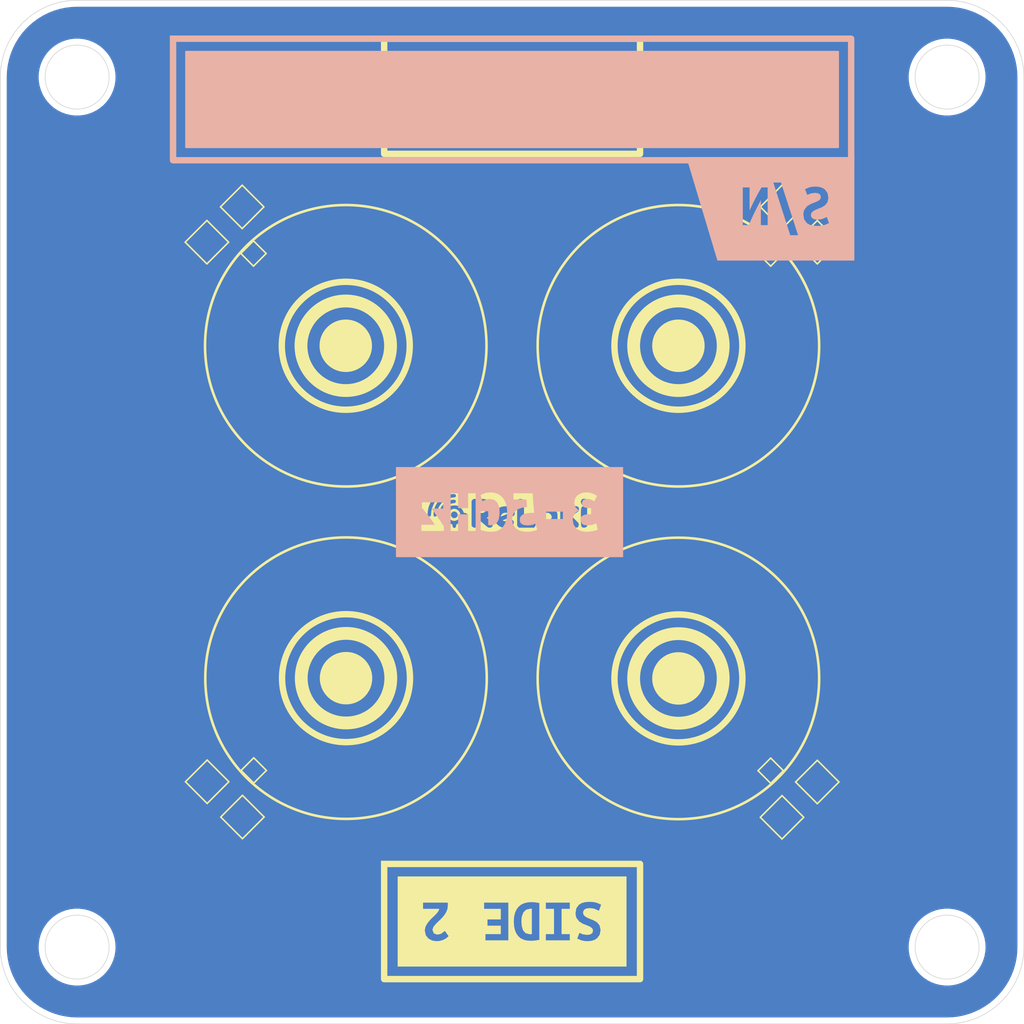
<source format=kicad_pcb>
(kicad_pcb (version 20240108) (generator "pcbnew") (generator_version "8.0")
  (layers (0 "F.Cu" signal) (31 "B.Cu" signal) (34 "B.Paste" user) (35 "F.Paste" user) (36 "B.SilkS" user "B.Silkscreen") (37 "F.SilkS" user "F.Silkscreen") (38 "B.Mask" user) (39 "F.Mask" user) (44 "Edge.Cuts" user))
  (net 0 "")
  (net 1 "/GND_1")
  (net 2 "/sig_1")
  (net 3 "/GND_2")
  (net 4 "/sig_2")
  (net 5 "/GND_3")
  (net 6 "/sig_3")
  (net 7 "/GND_4")
  (net 8 "/sig_4")
  (footprint "TestPoint:TestPoint_Pad_2.0x2.0mm" (layer "F.Cu") (at 93.85409 48.903627 135)
    (property "Reference" "TP10" (hide yes))
    (property "Value" "TestPoint" (hide yes))
    (fp_line (start 1.2 -1.2) (end 1.2 1.2) (stroke (width 0.12)) (layer "F.SilkS"))
    (fp_line (start 1.2 1.2) (end -1.2 1.2) (stroke (width 0.12)) (layer "F.SilkS"))
    (fp_line (start -1.2 -1.2) (end 1.2 -1.2) (stroke (width 0.12)) (layer "F.SilkS"))
    (fp_line (start -1.2 1.2) (end -1.2 -1.2) (stroke (width 0.12)) (layer "F.SilkS"))
    (pad "1" smd rect (at 0 0 135) (size 2 2) (layers "F.Cu" "F.Mask") (net 7 "/GND_4"))
  )
  (footprint "TestPoint:TestPoint_Pad_2.0x2.0mm" (layer "F.Cu") (at 48.903627 46.14591 -135)
    (property "Reference" "TP1" (hide yes))
    (property "Value" "TestPoint" (hide yes))
    (fp_line (start 1.2 1.2) (end -1.2 1.2) (stroke (width 0.12)) (layer "F.SilkS"))
    (fp_line (start -1.2 1.2) (end -1.2 -1.2) (stroke (width 0.12)) (layer "F.SilkS"))
    (fp_line (start 1.2 -1.2) (end 1.2 1.2) (stroke (width 0.12)) (layer "F.SilkS"))
    (fp_line (start -1.2 -1.2) (end 1.2 -1.2) (stroke (width 0.12)) (layer "F.SilkS"))
    (pad "1" smd rect (at 0 0 225) (size 2 2) (layers "F.Cu" "F.Mask") (net 1 "/GND_1"))
  )
  (footprint "TestPoint:TestPoint_Pad_2.0x2.0mm" (layer "F.Cu") (at 46.166408 91.075875 -45)
    (property "Reference" "TP4" (hide yes))
    (property "Value" "TestPoint" (hide yes))
    (fp_line (start -1.2 1.2) (end -1.2 -1.2) (stroke (width 0.12)) (layer "F.SilkS"))
    (fp_line (start -1.2 -1.2) (end 1.2 -1.2) (stroke (width 0.12)) (layer "F.SilkS"))
    (fp_line (start 1.2 1.2) (end -1.2 1.2) (stroke (width 0.12)) (layer "F.SilkS"))
    (fp_line (start 1.2 -1.2) (end 1.2 1.2) (stroke (width 0.12)) (layer "F.SilkS"))
    (pad "1" smd rect (at 0 0 315) (size 2 2) (layers "F.Cu" "F.Mask") (net 3 "/GND_2"))
  )
  (footprint "TestPoint:TestPoint_Pad_2.0x2.0mm" (layer "F.Cu") (at 91.096373 93.85409 45)
    (property "Reference" "TP7" (hide yes))
    (property "Value" "TestPoint" (hide yes))
    (fp_line (start -1.2 -1.2) (end 1.2 -1.2) (stroke (width 0.12)) (layer "F.SilkS"))
    (fp_line (start 1.2 -1.2) (end 1.2 1.2) (stroke (width 0.12)) (layer "F.SilkS"))
    (fp_line (start -1.2 1.2) (end -1.2 -1.2) (stroke (width 0.12)) (layer "F.SilkS"))
    (fp_line (start 1.2 1.2) (end -1.2 1.2) (stroke (width 0.12)) (layer "F.SilkS"))
    (pad "1" smd rect (at 0 0 45) (size 2 2) (layers "F.Cu" "F.Mask") (net 5 "/GND_3"))
  )
  (footprint "TestPoint:TestPoint_Pad_2.0x2.0mm" (layer "F.Cu") (at 93.85409 91.096373 45)
    (property "Reference" "TP8" (hide yes))
    (property "Value" "TestPoint" (hide yes))
    (fp_line (start -1.2 -1.2) (end 1.2 -1.2) (stroke (width 0.12)) (layer "F.SilkS"))
    (fp_line (start 1.2 -1.2) (end 1.2 1.2) (stroke (width 0.12)) (layer "F.SilkS"))
    (fp_line (start -1.2 1.2) (end -1.2 -1.2) (stroke (width 0.12)) (layer "F.SilkS"))
    (fp_line (start 1.2 1.2) (end -1.2 1.2) (stroke (width 0.12)) (layer "F.SilkS"))
    (pad "1" smd rect (at 0 0 45) (size 2 2) (layers "F.Cu" "F.Mask") (net 5 "/GND_3"))
  )
  (footprint "TestPoint:TestPoint_Pad_1.0x1.0mm" (layer "F.Cu") (at 90.21249 90.21249 45)
    (property "Reference" "TP9" (hide yes))
    (property "Value" "TestPoint" (hide yes))
    (fp_line (start -0.7 -0.7) (end 0.7 -0.7) (stroke (width 0.12)) (layer "F.SilkS"))
    (fp_line (start 0.7 -0.7) (end 0.7 0.7) (stroke (width 0.12)) (layer "F.SilkS"))
    (fp_line (start -0.7 0.7) (end -0.7 -0.7) (stroke (width 0.12)) (layer "F.SilkS"))
    (fp_line (start 0.7 0.7) (end -0.7 0.7) (stroke (width 0.12)) (layer "F.SilkS"))
    (pad "1" smd rect (at 0 0 45) (size 1 1) (layers "F.Cu" "F.Mask") (net 6 "/sig_3"))
  )
  (footprint "LOGO" (layer "F.Cu") (at 70 70)
    (property "Reference" "G***" (hide yes))
    (property "Value" "LOGO" (hide yes))
    (fp_poly (pts (xy -2.502964 -0.549007) (xy -2.354041 -0.539701) (xy -2.240249 -0.511161) (xy -2.151682 -0.460142) (xy -2.108702 -0.41977) (xy -2.046536 -0.321688) (xy -2.028756 -0.217464) (xy -2.054168 -0.11531) (xy -2.121575 -0.023439) (xy -2.17232 0.017204) (xy -2.22427 0.046367) (xy -2.282211 0.063077) (xy -2.361421 0.070436) (xy -2.440787 0.071684) (xy -2.62841 0.071684) (xy -2.62841 -0.238947) (xy -2.62841 -0.549577)) (fill solid) (layer "F.SilkS"))
    (fp_poly (pts (xy -0.43236 0.0501) (xy -0.372321 0.062293) (xy -0.340317 0.082719) (xy -0.343369 0.108164) (xy -0.384195 0.140859) (xy -0.465517 0.183034) (xy -0.580488 0.232973) (xy -0.702085 0.282405) (xy -0.786536 0.313925) (xy -0.840381 0.328989) (xy -0.870164 0.329052) (xy -0.882427 0.315569) (xy -0.884102 0.300516) (xy -0.866557 0.254071) (xy -0.822057 0.194005) (xy -0.762801 0.134095) (xy -0.700989 0.088119) (xy -0.691285 0.082773) (xy -0.619104 0.060249) (xy -0.524944 0.048854)) (fill solid) (layer "F.SilkS"))
    (fp_poly (pts (xy 2.800199 0.057579) (xy 2.90568 0.094336) (xy 2.995886 0.161041) (xy 3.058511 0.250889) (xy 3.087522 0.317577) (xy 3.104485 0.369643) (xy 3.106303 0.382314) (xy 3.096424 0.42257) (xy 3.071543 0.485576) (xy 3.058511 0.513739) (xy 2.987183 0.609786) (xy 2.886218 0.677477) (xy 2.766633 0.713577) (xy 2.639444 0.71485) (xy 2.51567 0.678061) (xy 2.509413 0.674986) (xy 2.417392 0.606259) (xy 2.350685 0.511938) (xy 2.319063 0.406947) (xy 2.31778 0.382314) (xy 2.338193 0.270743) (xy 2.393823 0.18016) (xy 2.476254 0.112059) (xy 2.57707 0.067933) (xy 2.687857 0.049275)) (fill solid) (layer "F.SilkS"))
    (fp_poly (pts (xy -4.43791 -0.250802) (xy -4.315283 -0.205876) (xy -4.206552 -0.128891) (xy -4.119496 -0.027576) (xy -4.061894 0.09034) (xy -4.041525 0.21713) (xy -4.044694 0.26264) (xy -4.086551 0.405508) (xy -4.167651 0.526936) (xy -4.281945 0.61838) (xy -4.30538 0.630898) (xy -4.447465 0.682072) (xy -4.580952 0.6878) (xy -4.711749 0.648172) (xy -4.733354 0.637347) (xy -4.814032 0.581276) (xy -4.888679 0.508143) (xy -4.907721 0.483712) (xy -4.969463 0.358659) (xy -4.989172 0.228202) (xy -4.778928 0.228202) (xy -4.769194 0.296116) (xy -4.733665 0.357061) (xy -4.694651 0.399686) (xy -4.639572 0.450228) (xy -4.594278 0.472727) (xy -4.537076 0.475098) (xy -4.498296 0.471329) (xy -4.41023 0.451936) (xy -4.345125 0.410299) (xy -4.319731 0.384286) (xy -4.262106 0.289699) (xy -4.251008 0.190972) (xy -4.286198 0.093797) (xy -4.334488 0.033452) (xy -4.425751 -0.030173) (xy -4.521907 -0.051924) (xy -4.614081 -0.035687) (xy -4.693401 0.014647) (xy -4.750991 0.095192) (xy -4.777978 0.202057) (xy -4.778928 0.228202) (xy -4.989172 0.228202) (xy -4.989355 0.226991) (xy -4.97106 0.096658) (xy -4.918245 -0.024393) (xy -4.834574 -0.128213) (xy -4.723713 -0.206854) (xy -4.589326 -0.252367) (xy -4.566655 -0.255941)) (fill solid) (layer "F.SilkS"))
    (fp_poly (pts (xy -1.115087 -2.998908) (xy -0.588099 -2.998821) (xy -0.015432 -2.998777) (xy 0 -2.998777) (xy 4.838664 -2.998777) (xy 5.087971 -2.943668) (xy 5.46108 -2.838836) (xy 5.807319 -2.694815) (xy 6.128615 -2.51056) (xy 6.426894 -2.285022) (xy 6.608662 -2.11647) (xy 6.861155 -1.831338) (xy 7.072596 -1.523519) (xy 7.242125 -1.196179) (xy 7.368882 -0.852485) (xy 7.452006 -0.495601) (xy 7.490639 -0.128696) (xy 7.483919 0.245065) (xy 7.430988 0.622516) (xy 7.395247 0.7795) (xy 7.282336 1.129725) (xy 7.127917 1.45931) (xy 6.934751 1.765617) (xy 6.705596 2.046011) (xy 6.443215 2.297854) (xy 6.150366 2.51851) (xy 5.829811 2.705341) (xy 5.484309 2.855712) (xy 5.116621 2.966986) (xy 5.101505 2.970583) (xy 4.886453 3.021232) (xy 0.095578 3.024927) (xy -0.380159 3.02525) (xy -0.843548 3.025476) (xy -1.292291 3.025609) (xy -1.724091 3.025651) (xy -2.136652 3.025604) (xy -2.527676 3.025472) (xy -2.894867 3.025256) (xy -3.235927 3.02496) (xy -3.54856 3.024585) (xy -3.830469 3.024135) (xy -4.079357 3.023611) (xy -4.292926 3.023016) (xy -4.46888 3.022354) (xy -4.604922 3.021625) (xy -4.698755 3.020834) (xy -4.748082 3.019982) (xy -4.755033 3.019598) (xy -4.807833 3.011737) (xy -4.890715 2.999522) (xy -4.986472 2.985486) (xy -4.99398 2.984389) (xy -5.326402 2.91225) (xy -5.651519 2.795929) (xy -5.964449 2.638972) (xy -6.260308 2.444926) (xy -6.534214 2.217336) (xy -6.781283 1.959749) (xy -6.996632 1.67571) (xy -7.1496 1.418965) (xy -7.281888 1.140389) (xy -7.378913 0.86962) (xy -7.443743 0.593951) (xy -7.479445 0.300677) (xy -7.483405 0.183551) (xy -6.605899 0.183551) (xy -6.600493 0.255754) (xy -6.596224 0.271358) (xy -6.554113 0.324866) (xy -6.490542 0.347024) (xy -6.421265 0.336464) (xy -6.362038 0.291819) (xy -6.361948 0.291703) (xy -6.344925 0.247052) (xy -6.334109 0.174481) (xy -6.333573 0.161576) (xy -6.14139 0.161576) (xy -6.133161 0.252611) (xy -6.114927 0.314205) (xy -6.099107 0.332611) (xy -6.022072 0.356226) (xy -5.951743 0.332586) (xy -5.92587 0.31063) (xy -5.890436 0.252092) (xy -5.882133 0.192605) (xy -5.708128 0.192605) (xy -5.704503 0.246097) (xy -5.687905 0.282755) (xy -5.666022 0.307637) (xy -5.598351 0.351192) (xy -5.531391 0.351346) (xy -5.488619 0.323963) (xy -5.468128 0.284097) (xy -5.446919 0.211966) (xy -5.445517 0.204821) (xy -5.256802 0.204821) (xy -5.24538 0.372785) (xy -5.207472 0.51147) (xy -5.137681 0.634482) (xy -5.043303 0.742881) (xy -4.937523 0.83671) (xy -4.83817 0.896932) (xy -4.784665 0.918038) (xy -4.71305 0.943586) (xy -4.675785 0.966841) (xy -4.661659 0.999914) (xy -4.659455 1.053284) (xy -4.643014 1.141337) (xy -4.599239 1.207445) (xy -4.53645 1.240626) (xy -4.516087 1.242521) (xy -4.46407 1.226304) (xy -4.420508 1.194732) (xy -4.380929 1.122699) (xy -4.372719 1.056681) (xy -4.370589 1.008661) (xy -4.357808 0.976113) (xy -4.32479 0.949263) (xy -4.261949 0.91834) (xy -4.218102 0.899061) (xy -4.056448 0.803844) (xy -3.926763 0.673294) (xy -3.829722 0.508197) (xy -3.78967 0.400235) (xy -3.765174 0.370897) (xy -3.708765 0.35914) (xy -3.680524 0.358419) (xy -3.584058 0.341973) (xy -3.536407 0.31063) (xy -3.492698 0.242975) (xy -3.492833 0.17832) (xy -3.533017 0.123445) (xy -3.609453 0.085131) (xy -3.669383 0.073112) (xy -3.740066 0.061846) (xy -3.777835 0.042968) (xy -3.797518 0.006735) (xy -3.803747 -0.01518) (xy -3.857876 -0.141965) (xy -3.948488 -0.265235) (xy -4.064783 -0.374543) (xy -4.195961 -0.459443) (xy -4.309223 -0.504111) (xy -4.424317 -0.521369) (xy -4.558958 -0.520806) (xy -4.693696 -0.504112) (xy -4.809082 -0.472979) (xy -4.843974 -0.457629) (xy -5.005178 -0.350838) (xy -5.12834 -0.21668) (xy -5.211464 -0.058358) (xy -5.252553 0.120924) (xy -5.256802 0.204821) (xy -5.445517 0.204821) (xy -5.429432 0.122819) (xy -5.428762 0.11837) (xy -5.375927 -0.089268) (xy -5.284972 -0.273142) (xy -5.160089 -0.429123) (xy -5.00547 -0.55308) (xy -4.825306 -0.640885) (xy -4.623791 -0.688407) (xy -4.607923 -0.690233) (xy -4.505575 -0.705236) (xy -4.442241 -0.727776) (xy -4.40916 -0.764145) (xy -4.397571 -0.820633) (xy -4.396979 -0.841735) (xy -4.40577 -0.880964) (xy -3.16604 -0.880964) (xy -3.16604 0.095578) (xy -3.16604 1.072121) (xy -3.095859 1.145373) (xy -3.044873 1.190879) (xy -2.992975 1.21231) (xy -2.9185 1.217886) (xy -2.904702 1.217866) (xy -2.82726 1.211906) (xy -2.766407 1.197604) (xy -2.747884 1.187998) (xy -2.700934 1.144307) (xy -2.669072 1.096372) (xy -2.648714 1.03322) (xy -2.636278 0.94388) (xy -2.62841 0.822113) (xy -2.616463 0.576033) (xy -2.246096 0.89681) (xy -2.121217 1.004682) (xy -2.026317 1.085187) (xy -1.955334 1.142336) (xy -1.902202 1.180143) (xy -1.860857 1.202617) (xy -1.825235 1.21377) (xy -1.789271 1.217615) (xy -1.760392 1.218106) (xy -1.680028 1.212753) (xy -1.623532 1.190022) (xy -1.575208 1.148781) (xy -1.530546 1.095033) (xy -1.510053 1.037857) (xy -1.505362 0.960667) (xy -1.508696 0.889451) (xy -1.524759 0.839386) (xy -1.562645 0.79155) (xy -1.606915 0.749355) (xy -1.68152 0.683889) (xy -1.772398 0.60813) (xy -1.844677 0.55042) (xy -1.980887 0.44453) (xy -1.880519 0.387887) (xy -1.872641 0.382314) (xy -1.373942 0.382314) (xy -1.372035 0.498316) (xy -1.364426 0.582837) (xy -1.348276 0.6521) (xy -1.320752 0.722328) (xy -1.31067 0.744269) (xy -1.208352 0.907823) (xy -1.069766 1.045708) (xy -0.902432 1.151394) (xy -0.788523 1.197567) (xy -0.739361 1.205332) (xy -0.656218 1.210197) (xy -0.552848 1.211566) (xy -0.48984 1.210543) (xy -0.370576 1.20546) (xy -0.284517 1.19606) (xy -0.217103 1.179553) (xy -0.153775 1.153149) (xy -0.131421 1.141856) (xy -0.003645 1.062955) (xy 0.080021 0.980398) (xy 0.123249 0.889701) (xy 0.13142 0.820836) (xy 0.125382 0.744736) (xy 0.100091 0.691156) (xy 0.053386 0.643195) (xy -0.03776 0.585897) (xy -0.133131 0.574895) (xy -0.235711 0.610206) (xy -0.290528 0.645155) (xy -0.368921 0.692873) (xy -0.445121 0.713177) (xy -0.511346 0.715992) (xy -0.588544 0.709595) (xy -0.658003 0.694117) (xy -0.709176 0.673514) (xy -0.731514 0.651739) (xy -0.722615 0.636777) (xy -0.693335 0.62355) (xy -0.62709 0.596127) (xy -0.531479 0.557576) (xy -0.4141 0.510963) (xy -0.295257 0.464313) (xy -0.163038 0.411546) (xy -0.044332 0.362035) (xy 0.052816 0.319303) (xy 0.120362 0.286876) (xy 0.148874 0.269711) (xy 0.19147 0.201397) (xy 0.207478 0.10442) (xy 0.19517 -0.009066) (xy 0.19096 -0.026064) (xy 0.141424 -0.13343) (xy 0.056133 -0.238427) (xy -0.053604 -0.330403) (xy -0.176475 -0.39871) (xy -0.222994 -0.41585) (xy -0.371979 -0.446552) (xy -0.537563 -0.454328) (xy -0.703034 -0.440171) (xy -0.851678 -0.405079) (xy -0.926733 -0.373927) (xy -1.090019 -0.264683) (xy -1.224246 -0.122717) (xy -1.31067 0.020359) (xy -1.34187 0.093747) (xy -1.360904 0.161648) (xy -1.370609 0.240286) (xy -1.37382 0.345883) (xy -1.373942 0.382314) (xy -1.872641 0.382314) (xy -1.734254 0.284421) (xy -1.617265 0.158878) (xy -1.56915 0.083631) (xy -1.542567 0.024386) (xy -1.52674 -0.041408) (xy -1.519266 -0.128254) (xy -1.517685 -0.226999) (xy -1.519744 -0.339376) (xy -1.52803 -0.421151) (xy -1.545772 -0.489418) (xy -1.576197 -0.561272) (xy -1.583748 -0.576885) (xy -1.680311 -0.72517) (xy -1.811722 -0.855905) (xy -1.849839 -0.880964) (xy 0.394261 -0.880964) (xy 0.394261 0.095578) (xy 0.394261 1.072121) (xy 0.464442 1.145373) (xy 0.534623 1.218626) (xy 1.125394 1.218626) (xy 1.716166 1.218626) (xy 1.778026 1.145109) (xy 1.82914 1.055435) (xy 1.839887 0.97968) (xy 1.820417 0.880597) (xy 1.778026 0.814251) (xy 1.716166 0.740734) (xy 1.324028 0.740734) (xy 0.931891 0.740734) (xy 0.931891 0.382314) (xy 1.851834 0.382314) (xy 1.853741 0.498316) (xy 1.861351 0.582837) (xy 1.8775 0.6521) (xy 1.905024 0.722328) (xy 1.915106 0.744269) (xy 2.016279 0.906002) (xy 2.152905 1.043219) (xy 2.315522 1.14773) (xy 2.437253 1.196282) (xy 2.531042 1.212949) (xy 2.65383 1.21857) (xy 2.788308 1.213906) (xy 2.917168 1.199719) (xy 3.0231 1.176771) (xy 3.044514 1.169553) (xy 3.187171 1.0948) (xy 3.32207 0.984933) (xy 3.43538 0.852241) (xy 3.477567 0.784899) (xy 3.508332 0.72645) (xy 3.528605 0.675497) (xy 3.540562 0.619664) (xy 3.546379 0.546576) (xy 3.548233 0.443854) (xy 3.548353 0.382314) (xy 3.547605 0.261534) (xy 3.543907 0.176161) (xy 3.535086 0.113819) (xy 3.518963 0.062129) (xy 3.493364 0.008717) (xy 3.477567 -0.020271) (xy 3.376216 -0.163173) (xy 3.245437 -0.287507) (xy 3.09897 -0.381138) (xy 3.039437 -0.407138) (xy 2.964961 -0.431887) (xy 2.893565 -0.446145) (xy 2.809642 -0.451648) (xy 2.697585 -0.450133) (xy 2.664252 -0.448897) (xy 2.543932 -0.442166) (xy 2.456355 -0.431224) (xy 2.386491 -0.412995) (xy 2.319306 -0.384405) (xy 2.299043 -0.374184) (xy 2.13557 -0.264562) (xy 2.001324 -0.122435) (xy 1.915106 0.020359) (xy 1.883906 0.093747) (xy 1.864872 0.161648) (xy 1.855167 0.240286) (xy 1.851956 0.345883) (xy 1.851834 0.382314) (xy 0.931891 0.382314) (xy 0.931891 -0.048976) (xy 0.931575 -0.271519) (xy 0.930491 -0.451235) (xy 0.928428 -0.593079) (xy 0.92518 -0.702011) (xy 0.920538 -0.782987) (xy 0.914294 -0.840966) (xy 0.90624 -0.880905) (xy 0.896167 -0.907761) (xy 0.895801 -0.908475) (xy 0.893204 -0.912134) (xy 3.763405 -0.912134) (xy 3.763405 0.095578) (xy 3.763405 1.103291) (xy 3.830448 1.160959) (xy 3.912968 1.204476) (xy 4.013663 1.219775) (xy 4.110573 1.204575) (xy 4.137366 1.192808) (xy 4.19248 1.139283) (xy 4.229641 1.046188) (xy 4.249428 0.911542) (xy 4.253255 0.795264) (xy 4.253264 0.585418) (xy 4.557911 0.902542) (xy 4.862559 1.219666) (xy 4.986271 1.219146) (xy 5.091049 1.204356) (xy 5.161005 1.158839) (xy 5.199215 1.079323) (xy 5.209031 0.982042) (xy 5.208003 0.939812) (xy 5.201667 0.904043) (xy 5.185146 0.867899) (xy 5.153564 0.824544) (xy 5.102044 0.767141) (xy 5.025709 0.688854) (xy 4.935505 0.598625) (xy 4.844135 0.505794) (xy 4.767123 0.424245) (xy 4.718759 0.369948) (xy 5.376293 0.369948) (xy 5.377017 0.593598) (xy 5.380114 0.774084) (xy 5.386977 0.916022) (xy 5.398995 1.024027) (xy 5.41756 1.102715) (xy 5.444063 1.156701) (xy 5.479894 1.190601) (xy 5.526445 1.209029) (xy 5.585106 1.216602) (xy 5.631828 1.2179) (xy 5.726443 1.204508) (xy 5.799091 1.160959) (xy 5.866133 1.103291) (xy 5.866133 0.382314) (xy 5.866133 -0.338663) (xy 5.799091 -0.396331) (xy 5.717189 -0.439559) (xy 5.617073 -0.455271) (xy 5.52121 -0.441028) (xy 5.494443 -0.429395) (xy 5.460989 -0.408207) (xy 5.434477 -0.380857) (xy 5.414108 -0.341955) (xy 5.399087 -0.286115) (xy 5.388617 -0.207946) (xy 5.381902 -0.10206) (xy 5.378145 0.036931) (xy 5.37655 0.214416) (xy 5.376293 0.369948) (xy 4.718759 0.369948) (xy 4.709895 0.359996) (xy 4.677875 0.319064) (xy 4.673207 0.307709) (xy 4.696218 0.287606) (xy 4.750398 0.246522) (xy 4.827527 0.190537) (xy 4.914747 0.128968) (xy 5.010272 0.061257) (xy 5.09468 -0.000607) (xy 5.158153 -0.0493) (xy 5.188993 -0.075541) (xy 5.221529 -0.13688) (xy 5.232418 -0.221296) (xy 5.22125 -0.309054) (xy 5.195126 -0.370001) (xy 5.134788 -0.425265) (xy 5.04998 -0.461105) (xy 4.962697 -0.469261) (xy 4.940875 -0.465475) (xy 4.903174 -0.44604) (xy 4.836221 -0.40167) (xy 4.747655 -0.337812) (xy 4.645114 -0.259913) (xy 4.574076 -0.20392) (xy 4.265193 0.043099) (xy 4.253245 -0.414528) (xy 4.247774 -0.590285) (xy 4.240866 -0.724666) (xy 4.233995 -0.795583) (xy 5.376825 -0.795583) (xy 5.396893 -0.681571) (xy 5.450747 -0.595395) (xy 5.530615 -0.541806) (xy 5.628728 -0.525557) (xy 5.737315 -0.551402) (xy 5.759086 -0.561771) (xy 5.827343 -0.611137) (xy 5.864869 -0.678737) (xy 5.877863 -0.77676) (xy 5.878081 -0.795677) (xy 5.85965 -0.906015) (xy 5.806722 -0.987455) (xy 5.722837 -1.035168) (xy 5.697993 -1.041158) (xy 5.578181 -1.045152) (xy 5.481851 -1.010995) (xy 5.414076 -0.942566) (xy 5.379928 -0.843744) (xy 5.376825 -0.795583) (xy 4.233995 -0.795583) (xy 4.231233 -0.824084) (xy 4.217583 -0.894951) (xy 4.198626 -0.943682) (xy 4.17307 -0.976689) (xy 4.139625 -1.000384) (xy 4.134795 -1.003027) (xy 4.045428 -1.027528) (xy 3.944323 -1.021337) (xy 3.854012 -0.986913) (xy 3.830448 -0.969802) (xy 3.763405 -0.912134) (xy 0.893204 -0.912134) (xy 0.849042 -0.97436) (xy 0.785546 -1.011724) (xy 0.693078 -1.026521) (xy 0.651196 -1.02747) (xy 0.571945 -1.022266) (xy 0.517166 -1.00071) (xy 0.464442 -0.954217) (xy 0.394261 -0.880964) (xy -1.849839 -0.880964) (xy -1.965346 -0.956901) (xy -1.990553 -0.969212) (xy -2.03646 -0.989418) (xy -2.080206 -1.004282) (xy -2.12999 -1.014628) (xy -2.19401 -1.021274) (xy -2.280464 -1.025042) (xy -2.39755 -1.026752) (xy -2.553465 -1.027226) (xy -2.570177 -1.027236) (xy -3.025678 -1.02747) (xy -3.095859 -0.954217) (xy -3.16604 -0.880964) (xy -4.40577 -0.880964) (xy -4.41238 -0.910458) (xy -4.461252 -0.952276) (xy -4.546209 -0.968249) (xy -4.669866 -0.959438) (xy -4.682324 -0.957568) (xy -4.920243 -0.898423) (xy -5.132789 -0.800609) (xy -5.316835 -0.667391) (xy -5.469254 -0.502036) (xy -5.586918 -0.307812) (xy -5.666702 -0.087985) (xy -5.701463 0.107105) (xy -5.708128 0.192605) (xy -5.882133 0.192605) (xy -5.878187 0.164331) (xy -5.878081 0.15279) (xy -5.856846 -0.040093) (xy -5.796366 -0.240826) (xy -5.701476 -0.438801) (xy -5.577011 -0.623411) (xy -5.46868 -0.745212) (xy -5.292818 -0.891445) (xy -5.092299 -1.00905) (xy -4.878064 -1.093301) (xy -4.661054 -1.139473) (xy -4.538519 -1.146943) (xy -4.453616 -1.162441) (xy -4.404603 -1.209319) (xy -4.39064 -1.278363) (xy -4.400855 -1.343636) (xy -4.436368 -1.384214) (xy -4.50448 -1.404705) (xy -4.598822 -1.409784) (xy -4.829103 -1.38736) (xy -5.062459 -1.322988) (xy -5.290112 -1.221013) (xy -5.50328 -1.085781) (xy -5.693184 -0.921639) (xy -5.781434 -0.824365) (xy -5.864922 -0.707147) (xy -5.949061 -0.560816) (xy -6.024958 -0.403086) (xy -6.083719 -0.251672) (xy -6.104843 -0.180163) (xy -6.127352 -0.065613) (xy -6.139494 0.051901) (xy -6.14139 0.161576) (xy -6.333573 0.161576) (xy -6.332079 0.125597) (xy -6.311785 -0.084194) (xy -6.251638 -0.314536) (xy -6.152745 -0.561357) (xy -6.136151 -0.596413) (xy -6.079231 -0.710059) (xy -6.027653 -0.799017) (xy -5.971313 -0.877221) (xy -5.90011 -0.958607) (xy -5.803941 -1.057107) (xy -5.797547 -1.063478) (xy -5.578091 -1.255544) (xy -5.348293 -1.402967) (xy -5.101809 -1.508721) (xy -4.832294 -1.575786) (xy -4.65721 -1.598662) (xy -4.559288 -1.609693) (xy -4.47954 -1.622389) (xy -4.429943 -1.634678) (xy -4.420535 -1.639642) (xy -4.385475 -1.705807) (xy -4.387129 -1.781045) (xy -4.420722 -1.840101) (xy -4.450384 -1.865708) (xy -4.483658 -1.87971) (xy -4.532977 -1.883875) (xy -4.610772 -1.879973) (xy -4.667713 -1.875246) (xy -4.981588 -1.825185) (xy -5.278433 -1.732931) (xy -5.554702 -1.601305) (xy -5.806849 -1.433128) (xy -6.031327 -1.23122) (xy -6.224588 -0.998403) (xy -6.383087 -0.737497) (xy -6.503276 -0.451323) (xy -6.518849 -0.402945) (xy -6.54698 -0.294713) (xy -6.571097 -0.170208) (xy -6.589854 -0.041169) (xy -6.601904 0.080663) (xy -6.605899 0.183551) (xy -7.483405 0.183551) (xy -7.489207 0.011947) (xy -7.485314 -0.206813) (xy -7.472022 -0.39384) (xy -7.446909 -0.56468) (xy -7.407552 -0.734878) (xy -7.351528 -0.919977) (xy -7.33742 -0.962194) (xy -7.199133 -1.298208) (xy -7.020113 -1.614818) (xy -6.804326 -1.908054) (xy -6.555739 -2.173949) (xy -6.278319 -2.408535) (xy -5.976032 -2.607844) (xy -5.652843 -2.767909) (xy -5.459925 -2.840355) (xy -5.406486 -2.858599) (xy -5.358785 -2.875394) (xy -5.314766 -2.890798) (xy -5.272373 -2.904873) (xy -5.229547 -2.917678) (xy -5.184234 -2.929272) (xy -5.134376 -2.939714) (xy -5.077916 -2.949066) (xy -5.012798 -2.957386) (xy -4.936965 -2.964734) (xy -4.848359 -2.97117) (xy -4.744926 -2.976754) (xy -4.624607 -2.981544) (xy -4.485346 -2.985602) (xy -4.325087 -2.988985) (xy -4.141772 -2.991755) (xy -3.933345 -2.993971) (xy -3.697749 -2.995692) (xy -3.432928 -2.996979) (xy -3.136824 -2.99789) (xy -2.807381 -2.998486) (xy -2.442543 -2.998826) (xy -2.040253 -2.998969) (xy -1.598453 -2.998977)) (fill solid) (layer "F.SilkS"))
  )
  (footprint "TestPoint:TestPoint_Pad_2.0x2.0mm" (layer "F.Cu") (at 48.924125 93.833592 -45)
    (property "Reference" "TP5" (hide yes))
    (property "Value" "TestPoint" (hide yes))
    (fp_line (start -1.2 1.2) (end -1.2 -1.2) (stroke (width 0.12)) (layer "F.SilkS"))
    (fp_line (start -1.2 -1.2) (end 1.2 -1.2) (stroke (width 0.12)) (layer "F.SilkS"))
    (fp_line (start 1.2 1.2) (end -1.2 1.2) (stroke (width 0.12)) (layer "F.SilkS"))
    (fp_line (start 1.2 -1.2) (end 1.2 1.2) (stroke (width 0.12)) (layer "F.SilkS"))
    (pad "1" smd rect (at 0 0 315) (size 2 2) (layers "F.Cu" "F.Mask") (net 3 "/GND_2"))
  )
  (footprint "TestPoint:TestPoint_Pad_1.0x1.0mm" (layer "F.Cu") (at 49.78751 49.78751 -135)
    (property "Reference" "TP3" (hide yes))
    (property "Value" "TestPoint" (hide yes))
    (fp_line (start 0.7 0.7) (end -0.7 0.7) (stroke (width 0.12)) (layer "F.SilkS"))
    (fp_line (start -0.7 0.7) (end -0.7 -0.7) (stroke (width 0.12)) (layer "F.SilkS"))
    (fp_line (start 0.7 -0.7) (end 0.7 0.7) (stroke (width 0.12)) (layer "F.SilkS"))
    (fp_line (start -0.7 -0.7) (end 0.7 -0.7) (stroke (width 0.12)) (layer "F.SilkS"))
    (pad "1" smd rect (at 0 0 225) (size 1 1) (layers "F.Cu" "F.Mask") (net 2 "/sig_1"))
  )
  (footprint "TestPoint:TestPoint_Pad_2.0x2.0mm" (layer "F.Cu") (at 91.096373 46.14591 135)
    (property "Reference" "TP11" (hide yes))
    (property "Value" "TestPoint" (hide yes))
    (fp_line (start 1.2 -1.2) (end 1.2 1.2) (stroke (width 0.12)) (layer "F.SilkS"))
    (fp_line (start 1.2 1.2) (end -1.2 1.2) (stroke (width 0.12)) (layer "F.SilkS"))
    (fp_line (start -1.2 -1.2) (end 1.2 -1.2) (stroke (width 0.12)) (layer "F.SilkS"))
    (fp_line (start -1.2 1.2) (end -1.2 -1.2) (stroke (width 0.12)) (layer "F.SilkS"))
    (pad "1" smd rect (at 0 0 135) (size 2 2) (layers "F.Cu" "F.Mask") (net 7 "/GND_4"))
  )
  (footprint "kibuzzard-6643D605" (layer "F.Cu") (at 70 102 180)
    (property "Reference" "kibuzzard-6643D605" (hide yes))
    (property "Value" "G***" (hide yes))
    (fp_poly (pts (xy -1.54305 1.000125) (xy -1.490662 1.004887) (xy -1.438275 1.004887) (xy -1.102519 0.928687) (xy -0.883444 0.719137) (xy -0.764381 0.402431) (xy -0.737592 0.210145) (xy -0.728662 0) (xy -0.757237 -0.371475) (xy -0.85725 -0.690563) (xy -1.052512 -0.912019) (xy -1.3716 -0.995363) (xy -1.457325 -0.992981) (xy -1.54305 -0.981075) (xy -1.54305 1.000125)) (fill solid) (layer "F.SilkS"))
    (fp_poly (pts (xy -6.958012 -3.522663) (xy -8.942387 -3.522663) (xy -8.942387 3.522663) (xy -6.958012 3.522663) (xy -6.043612 3.522663) (xy -6.043612 1.538287) (xy -6.373416 1.518642) (xy -6.6294 1.459706) (xy -6.958012 1.31445) (xy -6.786562 0.8382) (xy -6.479381 0.981075) (xy -6.281142 1.031081) (xy -6.043612 1.04775) (xy -5.798344 1.016794) (xy -5.643562 0.931069) (xy -5.564981 0.807244) (xy -5.54355 0.66675) (xy -5.595937 0.504825) (xy -5.729287 0.378619) (xy -5.910262 0.278606) (xy -6.110287 0.195262) (xy -6.386512 0.085725) (xy -6.646069 -0.071438) (xy -6.83895 -0.307181) (xy -6.91515 -0.657225) (xy -6.84788 -1.026319) (xy -6.646069 -1.304925) (xy -6.444192 -1.434571) (xy -6.197335 -1.512358) (xy -5.9055 -1.538288) (xy -5.651302 -1.522809) (xy -5.431631 -1.476375) (xy -5.091112 -1.338263) (xy -5.262562 -0.885825) (xy -5.526881 -1.000125) (xy -5.862637 -1.04775) (xy -6.121929 -1.010179) (xy -6.277504 -0.897467) (xy -6.329362 -0.709613) (xy -6.281737 -0.559594) (xy -6.160294 -0.445294) (xy -5.993606 -0.357188) (xy -5.81025 -0.28575) (xy -5.522119 -0.169069) (xy -5.245894 0.002381) (xy -5.038725 0.269081) (xy -4.978003 0.449461) (xy -4.957762 0.671512) (xy -5.025033 1.03882) (xy -5.226844 1.312069) (xy -5.437187 1.437746) (xy -5.709444 1.513152) (xy -6.043612 1.538287) (xy -6.043612 3.522663) (xy -4.510087 3.522663) (xy -4.510087 1.476375) (xy -4.510087 0.9906) (xy -3.86715 0.9906) (xy -3.86715 -0.985838) (xy -4.510087 -0.985838) (xy -4.510087 -1.471613) (xy -2.638425 -1.471613) (xy -2.638425 -0.985838) (xy -3.2766 -0.985838) (xy -3.2766 0.9906) (xy -2.638425 0.9906) (xy -2.638425 1.476375) (xy -4.510087 1.476375) (xy -4.510087 3.522663) (xy -1.500187 3.522663) (xy -1.500187 1.514475) (xy -1.807369 1.497806) (xy -2.128837 1.443037) (xy -2.128837 -1.433513) (xy -1.7526 -1.490663) (xy -1.423987 -1.50495) (xy -1.145977 -1.483519) (xy -0.892969 -1.419225) (xy -0.670917 -1.309092) (xy -0.485775 -1.150144) (xy -0.337542 -0.941784) (xy -0.226219 -0.683419) (xy -0.156567 -0.37088) (xy -0.13335 0) (xy -0.158948 0.379214) (xy -0.235744 0.697706) (xy -0.357783 0.959048) (xy -0.519112 1.166812) (xy -0.717352 1.32338) (xy -0.950119 1.431131) (xy -1.212652 1.493639) (xy -1.500187 1.514475) (xy -1.500187 3.522663) (xy 0.295275 3.522663) (xy 0.295275 1.476375) (xy 0.295275 -1.471613) (xy 2.081213 -1.471613) (xy 2.081213 -0.985838) (xy 0.881063 -0.985838) (xy 0.881063 -0.32385) (xy 1.92405 -0.32385) (xy 1.92405 0.161925) (xy 0.881063 0.161925) (xy 0.881063 0.9906) (xy 2.185988 0.9906) (xy 2.185988 1.476375) (xy 0.295275 1.476375) (xy 0.295275 3.522663) (xy 6.958013 3.522663) (xy 6.958013 1.476375) (xy 5.033963 1.476375) (xy 5.022056 1.357312) (xy 5.024438 1.2573) (xy 5.046464 1.0287) (xy 5.112544 0.81915) (xy 5.212556 0.626864) (xy 5.336381 0.450056) (xy 5.476875 0.286941) (xy 5.626894 0.135731) (xy 5.776913 -0.006548) (xy 5.917406 -0.142875) (xy 6.141244 -0.40005) (xy 6.22935 -0.652463) (xy 6.119813 -0.931069) (xy 5.843588 -1.0287) (xy 5.553075 -0.962025) (xy 5.253038 -0.738188) (xy 4.962525 -1.147763) (xy 5.167908 -1.321594) (xy 5.403056 -1.443038) (xy 5.652492 -1.514475) (xy 5.900738 -1.538288) (xy 6.2484 -1.4859) (xy 6.543675 -1.328738) (xy 6.748463 -1.064419) (xy 6.824663 -0.695325) (xy 6.767513 -0.402431) (xy 6.615113 -0.128588) (xy 6.4008 0.128587) (xy 6.157913 0.366712) (xy 6.015038 0.502444) (xy 5.862638 0.664369) (xy 5.741194 0.833437) (xy 5.691188 0.9906) (xy 6.958013 0.9906) (xy 6.958013 1.476375) (xy 6.958013 3.522663) (xy 8.942387 3.522663) (xy 8.942387 -3.522663) (xy 6.958013 -3.522663) (xy -6.958013 -3.522663) (xy -6.958012 -3.522663)) (fill solid) (layer "F.SilkS"))
  )
  (footprint "TestPoint:TestPoint_Pad_1.0x1.0mm" (layer "F.Cu") (at 90.21249 49.78751 135)
    (property "Reference" "TP12" (hide yes))
    (property "Value" "TestPoint" (hide yes))
    (fp_line (start 0.7 -0.7) (end 0.7 0.7) (stroke (width 0.12)) (layer "F.SilkS"))
    (fp_line (start 0.7 0.7) (end -0.7 0.7) (stroke (width 0.12)) (layer "F.SilkS"))
    (fp_line (start -0.7 -0.7) (end 0.7 -0.7) (stroke (width 0.12)) (layer "F.SilkS"))
    (fp_line (start -0.7 0.7) (end -0.7 -0.7) (stroke (width 0.12)) (layer "F.SilkS"))
    (pad "1" smd rect (at 0 0 135) (size 1 1) (layers "F.Cu" "F.Mask") (net 8 "/sig_4"))
  )
  (footprint "TestPoint:TestPoint_Pad_2.0x2.0mm" (layer "F.Cu") (at 46.14591 48.903627 -135)
    (property "Reference" "TP2" (hide yes))
    (property "Value" "TestPoint" (hide yes))
    (fp_line (start 1.2 1.2) (end -1.2 1.2) (stroke (width 0.12)) (layer "F.SilkS"))
    (fp_line (start -1.2 1.2) (end -1.2 -1.2) (stroke (width 0.12)) (layer "F.SilkS"))
    (fp_line (start 1.2 -1.2) (end 1.2 1.2) (stroke (width 0.12)) (layer "F.SilkS"))
    (fp_line (start -1.2 -1.2) (end 1.2 -1.2) (stroke (width 0.12)) (layer "F.SilkS"))
    (pad "1" smd rect (at 0 0 225) (size 2 2) (layers "F.Cu" "F.Mask") (net 1 "/GND_1"))
  )
  (footprint "TestPoint:TestPoint_Pad_1.0x1.0mm" (layer "F.Cu") (at 49.808008 90.191992 -45)
    (property "Reference" "TP6" (hide yes))
    (property "Value" "TestPoint" (hide yes))
    (fp_line (start -0.7 0.7) (end -0.7 -0.7) (stroke (width 0.12)) (layer "F.SilkS"))
    (fp_line (start -0.7 -0.7) (end 0.7 -0.7) (stroke (width 0.12)) (layer "F.SilkS"))
    (fp_line (start 0.7 0.7) (end -0.7 0.7) (stroke (width 0.12)) (layer "F.SilkS"))
    (fp_line (start 0.7 -0.7) (end 0.7 0.7) (stroke (width 0.12)) (layer "F.SilkS"))
    (pad "1" smd rect (at 0 0 315) (size 1 1) (layers "F.Cu" "F.Mask") (net 4 "/sig_2"))
  )
  (footprint "kibuzzard-6643D5B9" (layer "F.Cu") (at 70 37.5)
    (property "Reference" "kibuzzard-6643D5B9" (hide yes))
    (property "Value" "G***" (hide yes))
    (fp_poly (pts (xy -1.535906 1.000125) (xy -1.483519 1.004887) (xy -1.431131 1.004887) (xy -1.095375 0.928687) (xy -0.8763 0.719137) (xy -0.757238 0.402431) (xy -0.730448 0.210145) (xy -0.721519 0) (xy -0.750094 -0.371475) (xy -0.850106 -0.690563) (xy -1.045369 -0.912019) (xy -1.364456 -0.995363) (xy -1.450181 -0.992981) (xy -1.535906 -0.981075) (xy -1.535906 1.000125)) (fill solid) (layer "F.SilkS"))
    (fp_poly (pts (xy -6.950869 -3.522663) (xy -8.935244 -3.522663) (xy -8.935244 3.522663) (xy -6.950869 3.522663) (xy -6.036469 3.522663) (xy -6.036469 1.538287) (xy -6.366272 1.518642) (xy -6.622256 1.459706) (xy -6.950869 1.31445) (xy -6.779419 0.8382) (xy -6.472238 0.981075) (xy -6.273998 1.031081) (xy -6.036469 1.04775) (xy -5.7912 1.016794) (xy -5.636419 0.931069) (xy -5.557838 0.807244) (xy -5.536406 0.66675) (xy -5.588794 0.504825) (xy -5.722144 0.378619) (xy -5.903119 0.278606) (xy -6.103144 0.195262) (xy -6.379369 0.085725) (xy -6.638925 -0.071438) (xy -6.831806 -0.307181) (xy -6.908006 -0.657225) (xy -6.840736 -1.026319) (xy -6.638925 -1.304925) (xy -6.437048 -1.434571) (xy -6.190192 -1.512358) (xy -5.898356 -1.538288) (xy -5.644158 -1.522809) (xy -5.424488 -1.476375) (xy -5.083969 -1.338263) (xy -5.255419 -0.885825) (xy -5.519738 -1.000125) (xy -5.855494 -1.04775) (xy -6.114785 -1.010179) (xy -6.27036 -0.897467) (xy -6.322219 -0.709613) (xy -6.274594 -0.559594) (xy -6.15315 -0.445294) (xy -5.986463 -0.357188) (xy -5.803106 -0.28575) (xy -5.514975 -0.169069) (xy -5.23875 0.002381) (xy -5.031581 0.269081) (xy -4.970859 0.449461) (xy -4.950619 0.671512) (xy -5.017889 1.03882) (xy -5.2197 1.312069) (xy -5.430044 1.437746) (xy -5.7023 1.513152) (xy -6.036469 1.538287) (xy -6.036469 3.522663) (xy -4.502944 3.522663) (xy -4.502944 1.476375) (xy -4.502944 0.9906) (xy -3.860006 0.9906) (xy -3.860006 -0.985838) (xy -4.502944 -0.985838) (xy -4.502944 -1.471613) (xy -2.631281 -1.471613) (xy -2.631281 -0.985838) (xy -3.269456 -0.985838) (xy -3.269456 0.9906) (xy -2.631281 0.9906) (xy -2.631281 1.476375) (xy -4.502944 1.476375) (xy -4.502944 3.522663) (xy -1.493044 3.522663) (xy -1.493044 1.514475) (xy -1.800225 1.497806) (xy -2.121694 1.443037) (xy -2.121694 -1.433513) (xy -1.745456 -1.490663) (xy -1.416844 -1.50495) (xy -1.138833 -1.483519) (xy -0.885825 -1.419225) (xy -0.663773 -1.309092) (xy -0.478631 -1.150144) (xy -0.330398 -0.941784) (xy -0.219075 -0.683419) (xy -0.149423 -0.37088) (xy -0.126206 0) (xy -0.151805 0.379214) (xy -0.2286 0.697706) (xy -0.350639 0.959048) (xy -0.511969 1.166812) (xy -0.710208 1.32338) (xy -0.942975 1.431131) (xy -1.205508 1.493639) (xy -1.493044 1.514475) (xy -1.493044 3.522663) (xy 0.302419 3.522663) (xy 0.302419 1.476375) (xy 0.302419 -1.471613) (xy 2.088356 -1.471613) (xy 2.088356 -0.985838) (xy 0.888206 -0.985838) (xy 0.888206 -0.32385) (xy 1.931194 -0.32385) (xy 1.931194 0.161925) (xy 0.888206 0.161925) (xy 0.888206 0.9906) (xy 2.193131 0.9906) (xy 2.193131 1.476375) (xy 0.302419 1.476375) (xy 0.302419 3.522663) (xy 6.950869 3.522663) (xy 6.950869 1.476375) (xy 5.160169 1.476375) (xy 5.160169 0.9906) (xy 5.779294 0.9906) (xy 5.779294 -0.657225) (xy 5.474494 -0.488156) (xy 5.183981 -0.371475) (xy 4.993481 -0.85725) (xy 5.241131 -0.966788) (xy 5.507831 -1.114425) (xy 5.760244 -1.285875) (xy 5.965031 -1.471613) (xy 6.365081 -1.471613) (xy 6.365081 0.9906) (xy 6.950869 0.9906) (xy 6.950869 1.476375) (xy 6.950869 3.522663) (xy 8.935244 3.522663) (xy 8.935244 -3.522663) (xy 6.950869 -3.522663) (xy -6.950869 -3.522663)) (fill solid) (layer "F.SilkS"))
  )
  (footprint "Symbol:OSHW-Logo2_9.8x8mm_SilkScreen" (layer "B.Cu") (at 70 102.1 180)
    (property "Reference" "REF**" (hide yes))
    (property "Value" "OSHW-Logo2_9.8x8mm_SilkScreen" (hide yes))
  )
  (footprint "kibuzzard-664B60AC" (layer "B.Cu") (at 69.8 70 180)
    (property "Reference" "kibuzzard-664B60AC" (hide yes))
    (property "Value" "G***" (hide yes))
    (fp_poly (pts (xy -6.893719 3.522663) (xy -8.878094 3.522663) (xy -8.878094 -3.522663) (xy -6.893719 -3.522663) (xy -6.074569 -3.522663) (xy -6.074569 -1.538287) (xy -6.30555 -1.521619) (xy -6.538913 -1.481137) (xy -6.746081 -1.42875) (xy -6.893719 -1.376362) (xy -6.779419 -0.885825) (xy -6.49605 -0.985837) (xy -6.304955 -1.025128) (xy -6.079331 -1.038225) (xy -5.823942 -1.006078) (xy -5.65785 -0.909637) (xy -5.536406 -0.59055) (xy -5.582841 -0.392311) (xy -5.722144 -0.264319) (xy -5.932884 -0.194667) (xy -6.193631 -0.17145) (xy -6.374606 -0.17145) (xy -6.374606 0.314325) (xy -6.155531 0.314325) (xy -5.974556 0.333375) (xy -5.812631 0.395288) (xy -5.69595 0.509588) (xy -5.650706 0.690563) (xy -5.748338 0.945356) (xy -6.017419 1.038225) (xy -6.348413 0.983456) (xy -6.631781 0.847725) (xy -6.841331 1.27635) (xy -6.500813 1.450181) (xy -6.275189 1.516261) (xy -6.022181 1.538288) (xy -5.790605 1.522809) (xy -5.591175 1.476375) (xy -5.288756 1.302544) (xy -5.112544 1.038225) (xy -5.055394 0.709613) (xy -5.155406 0.371475) (xy -5.422106 0.123825) (xy -5.219105 0.005953) (xy -5.0673 -0.157162) (xy -4.972645 -0.360759) (xy -4.941094 -0.600075) (xy -5.007769 -0.976312) (xy -5.212556 -1.273969) (xy -5.369719 -1.385887) (xy -5.564981 -1.469231) (xy -5.799534 -1.521023) (xy -6.074569 -1.538287) (xy -6.074569 -3.522663) (xy -2.864644 -3.522663) (xy -2.864644 -0.542925) (xy -4.169569 -0.542925) (xy -4.169569 0.033338) (xy -2.864644 0.033338) (xy -2.864644 -0.542925) (xy -2.864644 -3.522663) (xy -1.364456 -3.522663) (xy -1.364456 -1.538287) (xy -1.597819 -1.524) (xy -1.826419 -1.488281) (xy -2.024063 -1.438275) (xy -2.159794 -1.385887) (xy -2.040731 -0.900112) (xy -1.774031 -0.995362) (xy -1.591866 -1.027509) (xy -1.369219 -1.038225) (xy -1.08585 -1.000125) (xy -0.909638 -0.902494) (xy -0.821531 -0.766762) (xy -0.797719 -0.6096) (xy -0.8382 -0.383381) (xy -1.000125 -0.207169) (xy -1.345406 -0.092869) (xy -1.603772 -0.062508) (xy -1.931194 -0.052387) (xy -1.888331 0.343495) (xy -1.854994 0.731044) (xy -1.829991 1.107877) (xy -1.812131 1.471613) (xy -0.307181 1.471613) (xy -0.307181 0.985838) (xy -1.321594 0.985838) (xy -1.345406 0.66675) (xy -1.369219 0.395288) (xy -1.008856 0.346604) (xy -0.715169 0.251354) (xy -0.488156 0.109538) (xy -0.32676 -0.077787) (xy -0.229923 -0.309562) (xy -0.197644 -0.585787) (xy -0.269081 -0.964406) (xy -0.488156 -1.266825) (xy -0.653653 -1.381125) (xy -0.854869 -1.46685) (xy -1.091803 -1.520428) (xy -1.364456 -1.538287) (xy -1.364456 -3.522663) (xy 1.388269 -3.522663) (xy 1.388269 -1.538287) (xy 1.125736 -1.51388) (xy 0.890587 -1.440656) (xy 0.685205 -1.319212) (xy 0.511969 -1.150144) (xy 0.372666 -0.93345) (xy 0.269081 -0.669131) (xy 0.204787 -0.357783) (xy 0.183356 0) (xy 0.208359 0.354211) (xy 0.283369 0.664369) (xy 0.401241 0.929283) (xy 0.554831 1.147763) (xy 0.741759 1.318617) (xy 0.959644 1.440656) (xy 1.201341 1.51388) (xy 1.459706 1.538288) (xy 1.766887 1.512094) (xy 2.002631 1.452563) (xy 2.166937 1.381125) (xy 2.264569 1.323975) (xy 2.112169 0.85725) (xy 1.854994 0.976313) (xy 1.540669 1.0287) (xy 1.188244 0.9525) (xy 0.9525 0.740569) (xy 0.81915 0.416719) (xy 0.788789 0.21848) (xy 0.778669 0) (xy 0.79719 -0.321469) (xy 0.852752 -0.581025) (xy 0.945356 -0.778669) (xy 1.151334 -0.966192) (xy 1.435894 -1.0287) (xy 1.550194 -1.023937) (xy 1.664494 -1.00965) (xy 1.664494 0.066675) (xy 2.250281 0.066675) (xy 2.250281 -1.404937) (xy 1.92405 -1.490662) (xy 1.679377 -1.526381) (xy 1.388269 -1.538287) (xy 1.388269 -3.522663) (xy 4.602956 -3.522663) (xy 4.602956 -1.476375) (xy 4.017169 -1.476375) (xy 4.017169 -0.176212) (xy 3.236119 -0.176212) (xy 3.236119 -1.476375) (xy 2.650331 -1.476375) (xy 2.650331 1.471613) (xy 3.236119 1.471613) (xy 3.236119 0.309563) (xy 4.017169 0.309563) (xy 4.017169 1.471613) (xy 4.602956 1.471613) (xy 4.602956 -1.476375) (xy 4.602956 -3.522663) (xy 6.893719 -3.522663) (xy 6.893719 -1.476375) (xy 5.136356 -1.476375) (xy 5.136356 -1.119187) (xy 5.250656 -0.935831) (xy 5.374481 -0.747712) (xy 5.503069 -0.558998) (xy 5.631656 -0.373856) (xy 5.759053 -0.194667) (xy 5.884069 -0.023812) (xy 6.107906 0.276225) (xy 5.183981 0.276225) (xy 5.183981 0.762) (xy 6.846094 0.762) (xy 6.846094 0.333375) (xy 6.655594 0.107156) (xy 6.526411 -0.051792) (xy 6.386512 -0.2286) (xy 6.241256 -0.418505) (xy 6.096 -0.616744) (xy 5.958483 -0.811411) (xy 5.836444 -0.9906) (xy 6.893719 -0.9906) (xy 6.893719 -1.476375) (xy 6.893719 -3.522663) (xy 8.878094 -3.522663) (xy 8.878094 3.522663) (xy 6.893719 3.522663) (xy -6.893719 3.522663)) (fill solid) (layer "B.SilkS"))
  )
  (footprint "kibuzzard-6643D800" (layer "B.Cu") (at 90.1856 46.3 180)
    (property "Reference" "kibuzzard-6643D800" (hide yes))
    (property "Value" "G***" (hide yes))
    (fp_poly (pts (xy -4.57962 4.041775) (xy -6.563995 4.041775) (xy -6.563995 -4.041775) (xy -4.57962 -4.041775) (xy -3.66522 -4.041775) (xy -3.66522 -1.3335) (xy -3.995023 -1.313855) (xy -4.251008 -1.254919) (xy -4.57962 -1.109662) (xy -4.40817 -0.633412) (xy -4.100989 -0.776287) (xy -3.90275 -0.826294) (xy -3.66522 -0.842962) (xy -3.419951 -0.812006) (xy -3.26517 -0.726281) (xy -3.186589 -0.602456) (xy -3.165158 -0.461962) (xy -3.217545 -0.300037) (xy -3.350895 -0.173831) (xy -3.53187 -0.073819) (xy -3.731895 0.009525) (xy -4.00812 0.119063) (xy -4.267676 0.276225) (xy -4.460558 0.511969) (xy -4.536758 0.862013) (xy -4.469487 1.231106) (xy -4.267676 1.509713) (xy -4.065799 1.639358) (xy -3.818943 1.717146) (xy -3.527108 1.743075) (xy -3.272909 1.727597) (xy -3.053239 1.681163) (xy -2.71272 1.54305) (xy -2.88417 1.090613) (xy -3.148489 1.204913) (xy -3.484245 1.252538) (xy -3.743537 1.214967) (xy -3.899112 1.102254) (xy -3.95097 0.9144) (xy -3.903345 0.764381) (xy -3.781901 0.650081) (xy -3.615214 0.561975) (xy -3.431858 0.490538) (xy -3.143726 0.373856) (xy -2.867501 0.202406) (xy -2.660333 -0.064294) (xy -2.599611 -0.244673) (xy -2.57937 -0.466725) (xy -2.64664 -0.834033) (xy -2.848451 -1.107281) (xy -3.058795 -1.232958) (xy -3.331051 -1.308365) (xy -3.66522 -1.3335) (xy -3.66522 -4.041775) (xy -1.555433 -4.041775) (xy -1.555433 -2.0574) (xy -2.165033 -2.0574) (xy -0.831533 2.0574) (xy -0.231458 2.0574) (xy -1.555433 -2.0574) (xy -1.555433 -4.041775) (xy 1.683067 -4.041775) (xy 1.683067 -1.271587) (xy 1.545749 -0.944827) (xy 1.400492 -0.618596) (xy 1.247299 -0.292894) (xy 1.086167 0.032808) (xy 0.917099 0.35904) (xy 0.740092 0.6858) (xy 0.740092 -1.271587) (xy 0.211455 -1.271587) (xy 0.211455 1.6764) (xy 0.682942 1.6764) (xy 0.816292 1.45792) (xy 0.949642 1.221581) (xy 1.081207 0.976908) (xy 1.209199 0.733425) (xy 1.330642 0.494109) (xy 1.442561 0.261938) (xy 1.541978 0.047625) (xy 1.625917 -0.138112) (xy 1.625917 1.6764) (xy 2.154555 1.6764) (xy 2.154555 -1.271587) (xy 1.683067 -1.271587) (xy 1.683067 -4.041775) (xy 2.154555 -4.041775) (xy 4.13893 -4.041775) (xy 6.563995 4.041775) (xy 4.13893 4.041775) (xy 2.154555 4.041775) (xy -4.57962 4.041775)) (fill solid) (layer "B.SilkS"))
  )
  (gr_circle (center 83 83) (end 90.778175 75.221826) (stroke (width 0.2)) (fill solid) (layer "F.Cu") (net 6))
  (gr_circle (center 57 57) (end 49.221825 64.778174) (stroke (width 0.2)) (fill solid) (layer "F.Cu") (net 2))
  (gr_circle (center 57.020498 82.979502) (end 64.798672 90.757677) (stroke (width 0.2)) (fill solid) (layer "F.Cu") (net 4))
  (gr_poly (pts (xy 40.403488 84.040163) (xy 55.959837 99.596512) (xy 50.656536 104.899813) (xy 35.100187 89.343464)) (stroke (width 0.2)) (fill solid) (layer "F.Cu") (net 3))
  (gr_poly (pts (xy 55.939339 40.38299) (xy 40.38299 55.939339) (xy 35.079689 50.636038) (xy 50.636038 35.079689)) (stroke (width 0.2)) (fill solid) (layer "F.Cu") (net 1))
  (gr_circle (center 83 57) (end 75.221826 49.221825) (stroke (width 0.2)) (fill solid) (layer "F.Cu") (net 8))
  (gr_poly (pts (xy 99.61701 55.939339) (xy 84.060661 40.38299) (xy 89.363962 35.079689) (xy 104.920311 50.636038)) (stroke (width 0.2)) (fill solid) (layer "F.Cu") (net 7))
  (gr_poly (pts (xy 84.060661 99.61701) (xy 99.61701 84.060661) (xy 104.920311 89.363962) (xy 89.363962 104.920311)) (stroke (width 0.2)) (fill solid) (layer "F.Cu") (net 5))
  (gr_rect (start 43.5 33) (end 96.5 42.5) (stroke (width 0.5)) (fill none) (layer "B.SilkS"))
  (gr_rect (start 44.5 34) (end 95.5 41.5) (stroke (width 0.1)) (fill solid) (layer "B.SilkS"))
  (gr_circle (center 57 57) (end 59 57) (stroke (width 0.1)) (fill solid) (layer "F.SilkS"))
  (gr_rect (start 60 97.5) (end 80 106.5) (stroke (width 0.5)) (fill none) (layer "F.SilkS"))
  (gr_circle (center 83 83) (end 85 83) (stroke (width 0.1)) (fill solid) (layer "F.SilkS"))
  (gr_circle (center 83 57) (end 94 57) (stroke (width 0.2)) (fill none) (layer "F.SilkS"))
  (gr_circle (center 57 57) (end 60.5 57) (stroke (width 1)) (fill none) (layer "F.SilkS"))
  (gr_circle (center 57 57) (end 62 57) (stroke (width 0.5)) (fill none) (layer "F.SilkS"))
  (gr_circle (center 83 83) (end 88 83) (stroke (width 0.5)) (fill none) (layer "F.SilkS"))
  (gr_circle (center 83 57) (end 85 57) (stroke (width 0.1)) (fill solid) (layer "F.SilkS"))
  (gr_circle (center 57.020498 82.979502) (end 68.020498 82.979502) (stroke (width 0.2)) (fill none) (layer "F.SilkS"))
  (gr_circle (center 83 83) (end 86.5 83) (stroke (width 1)) (fill none) (layer "F.SilkS"))
  (gr_circle (center 83 83) (end 94 83) (stroke (width 0.2)) (fill none) (layer "F.SilkS"))
  (gr_circle (center 57 57) (end 68 57) (stroke (width 0.2)) (fill none) (layer "F.SilkS"))
  (gr_rect (start 60 33) (end 80 42) (stroke (width 0.5)) (fill none) (layer "F.SilkS"))
  (gr_circle (center 83 57) (end 88 57) (stroke (width 0.5)) (fill none) (layer "F.SilkS"))
  (gr_circle (center 83 57) (end 86.5 57) (stroke (width 1)) (fill none) (layer "F.SilkS"))
  (gr_circle (center 57.020498 82.979502) (end 62.020498 82.979502) (stroke (width 0.5)) (fill none) (layer "F.SilkS"))
  (gr_circle (center 57.020498 82.979502) (end 60.520498 82.979502) (stroke (width 1)) (fill none) (layer "F.SilkS"))
  (gr_circle (center 57.020498 82.979502) (end 59.020498 82.979502) (stroke (width 0.1)) (fill solid) (layer "F.SilkS"))
  (gr_circle (center 36 104) (end 38.5 104) (stroke (width 0.05)) (fill none) (layer "Edge.Cuts"))
  (gr_circle (center 104 36) (end 106.5 36) (stroke (width 0.05)) (fill none) (layer "Edge.Cuts"))
  (gr_arc (start 104 30) (mid 108.242641 31.757359) (end 110 36) (stroke (width 0.05)) (layer "Edge.Cuts"))
  (gr_arc (start 110 104) (mid 108.242641 108.242641) (end 104 110) (stroke (width 0.05)) (layer "Edge.Cuts"))
  (gr_circle (center 36 36) (end 38.5 36) (stroke (width 0.05)) (fill none) (layer "Edge.Cuts"))
  (gr_arc (start 36 110) (mid 31.757359 108.242641) (end 30 104) (stroke (width 0.05)) (layer "Edge.Cuts"))
  (gr_line (start 30 104) (end 30 36) (stroke (width 0.05)) (layer "Edge.Cuts"))
  (gr_circle (center 104 104) (end 106.5 104) (stroke (width 0.05)) (fill none) (layer "Edge.Cuts"))
  (gr_line (start 104 110) (end 36 110) (stroke (width 0.05)) (layer "Edge.Cuts"))
  (gr_arc (start 30 36) (mid 31.757359 31.757359) (end 36 30) (stroke (width 0.05)) (layer "Edge.Cuts"))
  (gr_line (start 36 30) (end 104 30) (stroke (width 0.05)) (layer "Edge.Cuts"))
  (gr_line (start 110 36) (end 110 104) (stroke (width 0.05)) (layer "Edge.Cuts"))
  (zone (net 0) (net_name "") (layer "B.Cu") (connect_pads (clearance 0.5)) (min_thickness 0.25) (fill yes (thermal_gap 0.5) (thermal_bridge_width 0.5) (island_removal_mode 1) (island_area_min 10))
    (polygon (pts (xy 30 30) (xy 110 30) (xy 110 110) (xy 30 110)))
  )
)
</source>
